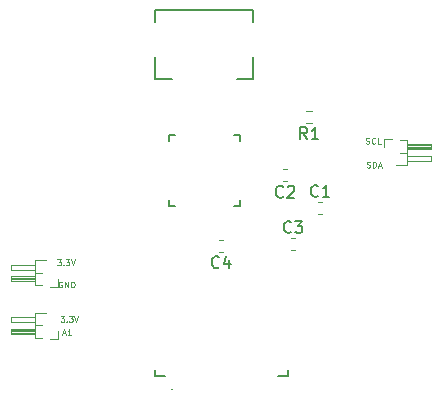
<source format=gto>
%TF.GenerationSoftware,KiCad,Pcbnew,(5.1.10)-1*%
%TF.CreationDate,2021-12-08T22:58:09+01:00*%
%TF.ProjectId,shield_v1,73686965-6c64-45f7-9631-2e6b69636164,rev?*%
%TF.SameCoordinates,Original*%
%TF.FileFunction,Legend,Top*%
%TF.FilePolarity,Positive*%
%FSLAX46Y46*%
G04 Gerber Fmt 4.6, Leading zero omitted, Abs format (unit mm)*
G04 Created by KiCad (PCBNEW (5.1.10)-1) date 2021-12-08 22:58:09*
%MOMM*%
%LPD*%
G01*
G04 APERTURE LIST*
%ADD10C,0.125000*%
%ADD11C,0.152400*%
%ADD12C,0.100000*%
%ADD13C,0.200000*%
%ADD14C,0.120000*%
%ADD15C,0.127000*%
%ADD16C,0.150000*%
G04 APERTURE END LIST*
D10*
X53002227Y-73402380D02*
X52954608Y-73378570D01*
X52883180Y-73378570D01*
X52811751Y-73402380D01*
X52764132Y-73449999D01*
X52740322Y-73497618D01*
X52716513Y-73592856D01*
X52716513Y-73664284D01*
X52740322Y-73759522D01*
X52764132Y-73807141D01*
X52811751Y-73854760D01*
X52883180Y-73878570D01*
X52930799Y-73878570D01*
X53002227Y-73854760D01*
X53026037Y-73830951D01*
X53026037Y-73664284D01*
X52930799Y-73664284D01*
X53240322Y-73878570D02*
X53240322Y-73378570D01*
X53526037Y-73878570D01*
X53526037Y-73378570D01*
X53764132Y-73878570D02*
X53764132Y-73378570D01*
X53883180Y-73378570D01*
X53954608Y-73402380D01*
X54002227Y-73449999D01*
X54026037Y-73497618D01*
X54049846Y-73592856D01*
X54049846Y-73664284D01*
X54026037Y-73759522D01*
X54002227Y-73807141D01*
X53954608Y-73854760D01*
X53883180Y-73878570D01*
X53764132Y-73878570D01*
X52591744Y-71501510D02*
X52901268Y-71501510D01*
X52734601Y-71691986D01*
X52806030Y-71691986D01*
X52853649Y-71715796D01*
X52877459Y-71739605D01*
X52901268Y-71787224D01*
X52901268Y-71906272D01*
X52877459Y-71953891D01*
X52853649Y-71977700D01*
X52806030Y-72001510D01*
X52663173Y-72001510D01*
X52615554Y-71977700D01*
X52591744Y-71953891D01*
X53115554Y-71953891D02*
X53139363Y-71977700D01*
X53115554Y-72001510D01*
X53091744Y-71977700D01*
X53115554Y-71953891D01*
X53115554Y-72001510D01*
X53306030Y-71501510D02*
X53615554Y-71501510D01*
X53448887Y-71691986D01*
X53520316Y-71691986D01*
X53567935Y-71715796D01*
X53591744Y-71739605D01*
X53615554Y-71787224D01*
X53615554Y-71906272D01*
X53591744Y-71953891D01*
X53567935Y-71977700D01*
X53520316Y-72001510D01*
X53377459Y-72001510D01*
X53329840Y-71977700D01*
X53306030Y-71953891D01*
X53758411Y-71501510D02*
X53925078Y-72001510D01*
X54091744Y-71501510D01*
X53031117Y-77764153D02*
X53269212Y-77764153D01*
X52983498Y-77907010D02*
X53150164Y-77407010D01*
X53316831Y-77907010D01*
X53745402Y-77907010D02*
X53459688Y-77907010D01*
X53602545Y-77907010D02*
X53602545Y-77407010D01*
X53554926Y-77478439D01*
X53507307Y-77526058D01*
X53459688Y-77549867D01*
X52866064Y-76302110D02*
X53175588Y-76302110D01*
X53008921Y-76492586D01*
X53080350Y-76492586D01*
X53127969Y-76516396D01*
X53151779Y-76540205D01*
X53175588Y-76587824D01*
X53175588Y-76706872D01*
X53151779Y-76754491D01*
X53127969Y-76778300D01*
X53080350Y-76802110D01*
X52937493Y-76802110D01*
X52889874Y-76778300D01*
X52866064Y-76754491D01*
X53389874Y-76754491D02*
X53413683Y-76778300D01*
X53389874Y-76802110D01*
X53366064Y-76778300D01*
X53389874Y-76754491D01*
X53389874Y-76802110D01*
X53580350Y-76302110D02*
X53889874Y-76302110D01*
X53723207Y-76492586D01*
X53794636Y-76492586D01*
X53842255Y-76516396D01*
X53866064Y-76540205D01*
X53889874Y-76587824D01*
X53889874Y-76706872D01*
X53866064Y-76754491D01*
X53842255Y-76778300D01*
X53794636Y-76802110D01*
X53651779Y-76802110D01*
X53604160Y-76778300D01*
X53580350Y-76754491D01*
X54032731Y-76302110D02*
X54199398Y-76802110D01*
X54366064Y-76302110D01*
X78783097Y-63702380D02*
X78854525Y-63726190D01*
X78973573Y-63726190D01*
X79021192Y-63702380D01*
X79045001Y-63678571D01*
X79068811Y-63630952D01*
X79068811Y-63583333D01*
X79045001Y-63535714D01*
X79021192Y-63511904D01*
X78973573Y-63488095D01*
X78878335Y-63464285D01*
X78830716Y-63440476D01*
X78806906Y-63416666D01*
X78783097Y-63369047D01*
X78783097Y-63321428D01*
X78806906Y-63273809D01*
X78830716Y-63250000D01*
X78878335Y-63226190D01*
X78997382Y-63226190D01*
X79068811Y-63250000D01*
X79283097Y-63726190D02*
X79283097Y-63226190D01*
X79402144Y-63226190D01*
X79473573Y-63250000D01*
X79521192Y-63297619D01*
X79545001Y-63345238D01*
X79568811Y-63440476D01*
X79568811Y-63511904D01*
X79545001Y-63607142D01*
X79521192Y-63654761D01*
X79473573Y-63702380D01*
X79402144Y-63726190D01*
X79283097Y-63726190D01*
X79759287Y-63583333D02*
X79997382Y-63583333D01*
X79711668Y-63726190D02*
X79878335Y-63226190D01*
X80045001Y-63726190D01*
X78716261Y-61683080D02*
X78787690Y-61706890D01*
X78906738Y-61706890D01*
X78954357Y-61683080D01*
X78978166Y-61659271D01*
X79001976Y-61611652D01*
X79001976Y-61564033D01*
X78978166Y-61516414D01*
X78954357Y-61492604D01*
X78906738Y-61468795D01*
X78811500Y-61444985D01*
X78763880Y-61421176D01*
X78740071Y-61397366D01*
X78716261Y-61349747D01*
X78716261Y-61302128D01*
X78740071Y-61254509D01*
X78763880Y-61230700D01*
X78811500Y-61206890D01*
X78930547Y-61206890D01*
X79001976Y-61230700D01*
X79501976Y-61659271D02*
X79478166Y-61683080D01*
X79406738Y-61706890D01*
X79359119Y-61706890D01*
X79287690Y-61683080D01*
X79240071Y-61635461D01*
X79216261Y-61587842D01*
X79192452Y-61492604D01*
X79192452Y-61421176D01*
X79216261Y-61325938D01*
X79240071Y-61278319D01*
X79287690Y-61230700D01*
X79359119Y-61206890D01*
X79406738Y-61206890D01*
X79478166Y-61230700D01*
X79501976Y-61254509D01*
X79954357Y-61706890D02*
X79716261Y-61706890D01*
X79716261Y-61206890D01*
D11*
%TO.C,J6*%
X60858400Y-54330600D02*
X60858400Y-56261000D01*
X69189600Y-51435000D02*
X69189600Y-50419000D01*
X67767200Y-56261000D02*
X69189600Y-56261000D01*
X69189600Y-56261000D02*
X69189600Y-54330600D01*
X60858400Y-56261000D02*
X62280800Y-56261000D01*
X60858400Y-50419000D02*
X60858400Y-51435000D01*
X69189600Y-50419000D02*
X60858400Y-50419000D01*
D12*
%TO.C,J5*%
X62300000Y-82500000D02*
X62300000Y-82500000D01*
X62200000Y-82500000D02*
X62200000Y-82500000D01*
D13*
X60900000Y-80900000D02*
X60900000Y-81400000D01*
X60900000Y-81400000D02*
X61700000Y-81400000D01*
X72100000Y-80900000D02*
X72100000Y-81400000D01*
X72100000Y-81400000D02*
X71300000Y-81400000D01*
D12*
X62300000Y-82500000D02*
G75*
G02*
X62200000Y-82500000I-50000J0D01*
G01*
X62200000Y-82500000D02*
G75*
G02*
X62300000Y-82500000I50000J0D01*
G01*
D14*
%TO.C,J3*%
X51315000Y-73712000D02*
X50690000Y-73712000D01*
X50690000Y-73712000D02*
X50690000Y-71592000D01*
X50690000Y-71592000D02*
X51605507Y-71592000D01*
X50690000Y-73362000D02*
X48690000Y-73362000D01*
X48690000Y-73362000D02*
X48690000Y-72942000D01*
X48690000Y-72942000D02*
X50690000Y-72942000D01*
X50690000Y-73302000D02*
X48690000Y-73302000D01*
X50690000Y-73182000D02*
X48690000Y-73182000D01*
X50690000Y-73062000D02*
X48690000Y-73062000D01*
X51315000Y-72652000D02*
X50690000Y-72652000D01*
X50690000Y-72362000D02*
X48690000Y-72362000D01*
X48690000Y-72362000D02*
X48690000Y-71942000D01*
X48690000Y-71942000D02*
X50690000Y-71942000D01*
X52685000Y-73152000D02*
X52685000Y-73837000D01*
X52685000Y-73837000D02*
X52000000Y-73837000D01*
%TO.C,J2*%
X51315000Y-78131600D02*
X50690000Y-78131600D01*
X50690000Y-78131600D02*
X50690000Y-76011600D01*
X50690000Y-76011600D02*
X51605507Y-76011600D01*
X50690000Y-77781600D02*
X48690000Y-77781600D01*
X48690000Y-77781600D02*
X48690000Y-77361600D01*
X48690000Y-77361600D02*
X50690000Y-77361600D01*
X50690000Y-77721600D02*
X48690000Y-77721600D01*
X50690000Y-77601600D02*
X48690000Y-77601600D01*
X50690000Y-77481600D02*
X48690000Y-77481600D01*
X51315000Y-77071600D02*
X50690000Y-77071600D01*
X50690000Y-76781600D02*
X48690000Y-76781600D01*
X48690000Y-76781600D02*
X48690000Y-76361600D01*
X48690000Y-76361600D02*
X50690000Y-76361600D01*
X52685000Y-77571600D02*
X52685000Y-78256600D01*
X52685000Y-78256600D02*
X52000000Y-78256600D01*
%TO.C,J1*%
X81584000Y-61416000D02*
X82209000Y-61416000D01*
X82209000Y-61416000D02*
X82209000Y-63536000D01*
X82209000Y-63536000D02*
X81293493Y-63536000D01*
X82209000Y-61766000D02*
X84209000Y-61766000D01*
X84209000Y-61766000D02*
X84209000Y-62186000D01*
X84209000Y-62186000D02*
X82209000Y-62186000D01*
X82209000Y-61826000D02*
X84209000Y-61826000D01*
X82209000Y-61946000D02*
X84209000Y-61946000D01*
X82209000Y-62066000D02*
X84209000Y-62066000D01*
X81584000Y-62476000D02*
X82209000Y-62476000D01*
X82209000Y-62766000D02*
X84209000Y-62766000D01*
X84209000Y-62766000D02*
X84209000Y-63186000D01*
X84209000Y-63186000D02*
X82209000Y-63186000D01*
X80214000Y-61976000D02*
X80214000Y-61291000D01*
X80214000Y-61291000D02*
X80899000Y-61291000D01*
%TO.C,R1*%
X74168724Y-59958500D02*
X73659276Y-59958500D01*
X74168724Y-58913500D02*
X73659276Y-58913500D01*
%TO.C,C4*%
X66593767Y-70868000D02*
X66301233Y-70868000D01*
X66593767Y-69848000D02*
X66301233Y-69848000D01*
%TO.C,C3*%
X72397233Y-69721000D02*
X72689767Y-69721000D01*
X72397233Y-70741000D02*
X72689767Y-70741000D01*
%TO.C,C2*%
X72028267Y-64899000D02*
X71735733Y-64899000D01*
X72028267Y-63879000D02*
X71735733Y-63879000D01*
%TO.C,C1*%
X74683233Y-66673000D02*
X74975767Y-66673000D01*
X74683233Y-67693000D02*
X74975767Y-67693000D01*
D15*
%TO.C,U1*%
X62024000Y-67008000D02*
X62024000Y-66508000D01*
X62524000Y-67008000D02*
X62024000Y-67008000D01*
X68024000Y-67008000D02*
X67524000Y-67008000D01*
X68024000Y-66508000D02*
X68024000Y-67008000D01*
X68024000Y-61008000D02*
X68024000Y-61508000D01*
X67524000Y-61008000D02*
X68024000Y-61008000D01*
X62024000Y-61008000D02*
X62024000Y-61508000D01*
X62524000Y-61008000D02*
X62024000Y-61008000D01*
%TO.C,R1*%
D16*
X73747333Y-61318380D02*
X73414000Y-60842190D01*
X73175904Y-61318380D02*
X73175904Y-60318380D01*
X73556857Y-60318380D01*
X73652095Y-60366000D01*
X73699714Y-60413619D01*
X73747333Y-60508857D01*
X73747333Y-60651714D01*
X73699714Y-60746952D01*
X73652095Y-60794571D01*
X73556857Y-60842190D01*
X73175904Y-60842190D01*
X74699714Y-61318380D02*
X74128285Y-61318380D01*
X74414000Y-61318380D02*
X74414000Y-60318380D01*
X74318761Y-60461238D01*
X74223523Y-60556476D01*
X74128285Y-60604095D01*
%TO.C,C4*%
X66280833Y-72145142D02*
X66233214Y-72192761D01*
X66090357Y-72240380D01*
X65995119Y-72240380D01*
X65852261Y-72192761D01*
X65757023Y-72097523D01*
X65709404Y-72002285D01*
X65661785Y-71811809D01*
X65661785Y-71668952D01*
X65709404Y-71478476D01*
X65757023Y-71383238D01*
X65852261Y-71288000D01*
X65995119Y-71240380D01*
X66090357Y-71240380D01*
X66233214Y-71288000D01*
X66280833Y-71335619D01*
X67137976Y-71573714D02*
X67137976Y-72240380D01*
X66899880Y-71192761D02*
X66661785Y-71907047D01*
X67280833Y-71907047D01*
%TO.C,C3*%
X72376833Y-69158142D02*
X72329214Y-69205761D01*
X72186357Y-69253380D01*
X72091119Y-69253380D01*
X71948261Y-69205761D01*
X71853023Y-69110523D01*
X71805404Y-69015285D01*
X71757785Y-68824809D01*
X71757785Y-68681952D01*
X71805404Y-68491476D01*
X71853023Y-68396238D01*
X71948261Y-68301000D01*
X72091119Y-68253380D01*
X72186357Y-68253380D01*
X72329214Y-68301000D01*
X72376833Y-68348619D01*
X72710166Y-68253380D02*
X73329214Y-68253380D01*
X72995880Y-68634333D01*
X73138738Y-68634333D01*
X73233976Y-68681952D01*
X73281595Y-68729571D01*
X73329214Y-68824809D01*
X73329214Y-69062904D01*
X73281595Y-69158142D01*
X73233976Y-69205761D01*
X73138738Y-69253380D01*
X72853023Y-69253380D01*
X72757785Y-69205761D01*
X72710166Y-69158142D01*
%TO.C,C2*%
X71715333Y-66176142D02*
X71667714Y-66223761D01*
X71524857Y-66271380D01*
X71429619Y-66271380D01*
X71286761Y-66223761D01*
X71191523Y-66128523D01*
X71143904Y-66033285D01*
X71096285Y-65842809D01*
X71096285Y-65699952D01*
X71143904Y-65509476D01*
X71191523Y-65414238D01*
X71286761Y-65319000D01*
X71429619Y-65271380D01*
X71524857Y-65271380D01*
X71667714Y-65319000D01*
X71715333Y-65366619D01*
X72096285Y-65366619D02*
X72143904Y-65319000D01*
X72239142Y-65271380D01*
X72477238Y-65271380D01*
X72572476Y-65319000D01*
X72620095Y-65366619D01*
X72667714Y-65461857D01*
X72667714Y-65557095D01*
X72620095Y-65699952D01*
X72048666Y-66271380D01*
X72667714Y-66271380D01*
%TO.C,C1*%
X74662833Y-66110142D02*
X74615214Y-66157761D01*
X74472357Y-66205380D01*
X74377119Y-66205380D01*
X74234261Y-66157761D01*
X74139023Y-66062523D01*
X74091404Y-65967285D01*
X74043785Y-65776809D01*
X74043785Y-65633952D01*
X74091404Y-65443476D01*
X74139023Y-65348238D01*
X74234261Y-65253000D01*
X74377119Y-65205380D01*
X74472357Y-65205380D01*
X74615214Y-65253000D01*
X74662833Y-65300619D01*
X75615214Y-66205380D02*
X75043785Y-66205380D01*
X75329500Y-66205380D02*
X75329500Y-65205380D01*
X75234261Y-65348238D01*
X75139023Y-65443476D01*
X75043785Y-65491095D01*
%TD*%
M02*

</source>
